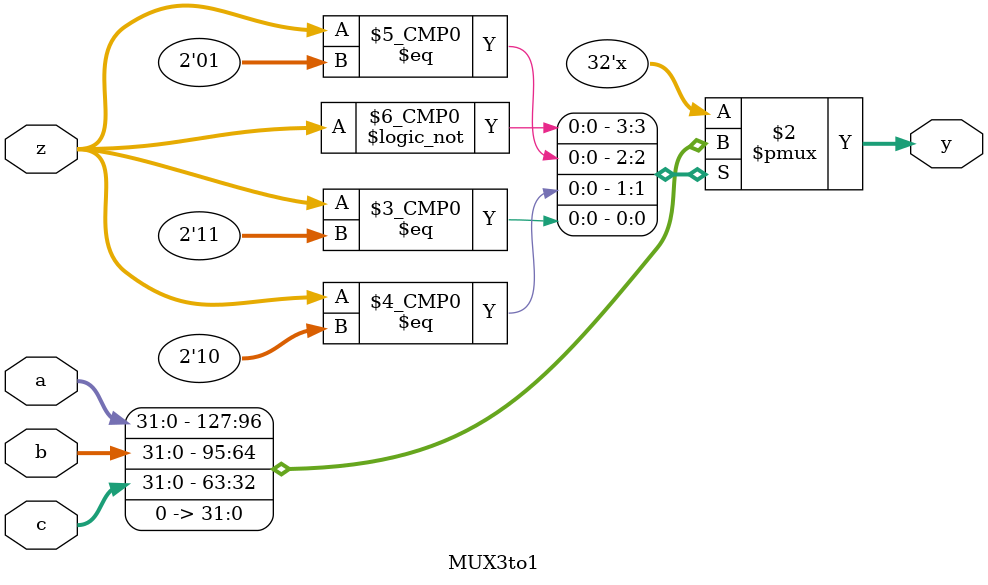
<source format=v>
`timescale 1ns / 1ps


module MUX3to1(  //ÈýÂ·Ñ¡ÔñÆ÷
input [31:0] a,b,c,
input [1:0] z,
output reg [31:0] y
    );
always@(*)
case(z)
  2'd0:y=a;
  2'd1:y=b;
  2'd2:y=c;
  2'd3:y=32'b0;
endcase
endmodule


</source>
